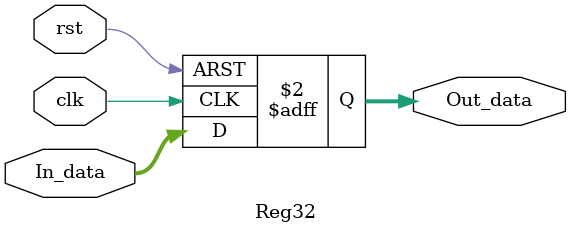
<source format=v>
`timescale 1ns / 1ps


module Reg32(
    input [31:0] In_data,
    input clk,
    input rst,
    output reg [31:0] Out_data
    );
    
    always@(posedge clk or posedge rst)
    begin
        if(rst)
            Out_data <= 'b0;
        else
            Out_data <= In_data;
    end
    
endmodule

</source>
